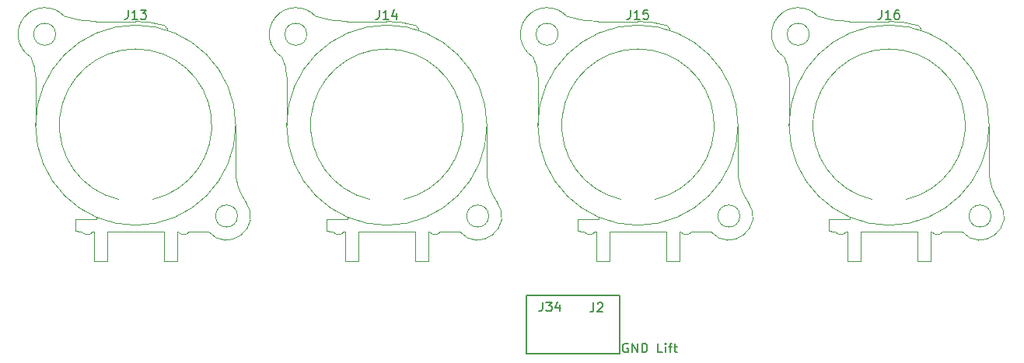
<source format=gbr>
%TF.GenerationSoftware,KiCad,Pcbnew,7.0.6*%
%TF.CreationDate,2023-11-23T12:55:46+01:00*%
%TF.ProjectId,xlrmale,786c726d-616c-4652-9e6b-696361645f70,1*%
%TF.SameCoordinates,Original*%
%TF.FileFunction,Legend,Top*%
%TF.FilePolarity,Positive*%
%FSLAX46Y46*%
G04 Gerber Fmt 4.6, Leading zero omitted, Abs format (unit mm)*
G04 Created by KiCad (PCBNEW 7.0.6) date 2023-11-23 12:55:46*
%MOMM*%
%LPD*%
G01*
G04 APERTURE LIST*
%ADD10C,0.150000*%
%ADD11C,0.120000*%
G04 APERTURE END LIST*
D10*
X143510000Y-110490000D02*
X153670000Y-110490000D01*
X153670000Y-116840000D01*
X143510000Y-116840000D01*
X143510000Y-110490000D01*
X154530588Y-115757438D02*
X154435350Y-115709819D01*
X154435350Y-115709819D02*
X154292493Y-115709819D01*
X154292493Y-115709819D02*
X154149636Y-115757438D01*
X154149636Y-115757438D02*
X154054398Y-115852676D01*
X154054398Y-115852676D02*
X154006779Y-115947914D01*
X154006779Y-115947914D02*
X153959160Y-116138390D01*
X153959160Y-116138390D02*
X153959160Y-116281247D01*
X153959160Y-116281247D02*
X154006779Y-116471723D01*
X154006779Y-116471723D02*
X154054398Y-116566961D01*
X154054398Y-116566961D02*
X154149636Y-116662200D01*
X154149636Y-116662200D02*
X154292493Y-116709819D01*
X154292493Y-116709819D02*
X154387731Y-116709819D01*
X154387731Y-116709819D02*
X154530588Y-116662200D01*
X154530588Y-116662200D02*
X154578207Y-116614580D01*
X154578207Y-116614580D02*
X154578207Y-116281247D01*
X154578207Y-116281247D02*
X154387731Y-116281247D01*
X155006779Y-116709819D02*
X155006779Y-115709819D01*
X155006779Y-115709819D02*
X155578207Y-116709819D01*
X155578207Y-116709819D02*
X155578207Y-115709819D01*
X156054398Y-116709819D02*
X156054398Y-115709819D01*
X156054398Y-115709819D02*
X156292493Y-115709819D01*
X156292493Y-115709819D02*
X156435350Y-115757438D01*
X156435350Y-115757438D02*
X156530588Y-115852676D01*
X156530588Y-115852676D02*
X156578207Y-115947914D01*
X156578207Y-115947914D02*
X156625826Y-116138390D01*
X156625826Y-116138390D02*
X156625826Y-116281247D01*
X156625826Y-116281247D02*
X156578207Y-116471723D01*
X156578207Y-116471723D02*
X156530588Y-116566961D01*
X156530588Y-116566961D02*
X156435350Y-116662200D01*
X156435350Y-116662200D02*
X156292493Y-116709819D01*
X156292493Y-116709819D02*
X156054398Y-116709819D01*
X158292493Y-116709819D02*
X157816303Y-116709819D01*
X157816303Y-116709819D02*
X157816303Y-115709819D01*
X158625827Y-116709819D02*
X158625827Y-116043152D01*
X158625827Y-115709819D02*
X158578208Y-115757438D01*
X158578208Y-115757438D02*
X158625827Y-115805057D01*
X158625827Y-115805057D02*
X158673446Y-115757438D01*
X158673446Y-115757438D02*
X158625827Y-115709819D01*
X158625827Y-115709819D02*
X158625827Y-115805057D01*
X158959160Y-116043152D02*
X159340112Y-116043152D01*
X159102017Y-116709819D02*
X159102017Y-115852676D01*
X159102017Y-115852676D02*
X159149636Y-115757438D01*
X159149636Y-115757438D02*
X159244874Y-115709819D01*
X159244874Y-115709819D02*
X159340112Y-115709819D01*
X159530589Y-116043152D02*
X159911541Y-116043152D01*
X159673446Y-115709819D02*
X159673446Y-116566961D01*
X159673446Y-116566961D02*
X159721065Y-116662200D01*
X159721065Y-116662200D02*
X159816303Y-116709819D01*
X159816303Y-116709819D02*
X159911541Y-116709819D01*
X127460476Y-79402819D02*
X127460476Y-80117104D01*
X127460476Y-80117104D02*
X127412857Y-80259961D01*
X127412857Y-80259961D02*
X127317619Y-80355200D01*
X127317619Y-80355200D02*
X127174762Y-80402819D01*
X127174762Y-80402819D02*
X127079524Y-80402819D01*
X128460476Y-80402819D02*
X127889048Y-80402819D01*
X128174762Y-80402819D02*
X128174762Y-79402819D01*
X128174762Y-79402819D02*
X128079524Y-79545676D01*
X128079524Y-79545676D02*
X127984286Y-79640914D01*
X127984286Y-79640914D02*
X127889048Y-79688533D01*
X129317619Y-79736152D02*
X129317619Y-80402819D01*
X129079524Y-79355200D02*
X128841429Y-80069485D01*
X128841429Y-80069485D02*
X129460476Y-80069485D01*
X150796666Y-111284819D02*
X150796666Y-111999104D01*
X150796666Y-111999104D02*
X150749047Y-112141961D01*
X150749047Y-112141961D02*
X150653809Y-112237200D01*
X150653809Y-112237200D02*
X150510952Y-112284819D01*
X150510952Y-112284819D02*
X150415714Y-112284819D01*
X151225238Y-111380057D02*
X151272857Y-111332438D01*
X151272857Y-111332438D02*
X151368095Y-111284819D01*
X151368095Y-111284819D02*
X151606190Y-111284819D01*
X151606190Y-111284819D02*
X151701428Y-111332438D01*
X151701428Y-111332438D02*
X151749047Y-111380057D01*
X151749047Y-111380057D02*
X151796666Y-111475295D01*
X151796666Y-111475295D02*
X151796666Y-111570533D01*
X151796666Y-111570533D02*
X151749047Y-111713390D01*
X151749047Y-111713390D02*
X151177619Y-112284819D01*
X151177619Y-112284819D02*
X151796666Y-112284819D01*
X100110476Y-79402819D02*
X100110476Y-80117104D01*
X100110476Y-80117104D02*
X100062857Y-80259961D01*
X100062857Y-80259961D02*
X99967619Y-80355200D01*
X99967619Y-80355200D02*
X99824762Y-80402819D01*
X99824762Y-80402819D02*
X99729524Y-80402819D01*
X101110476Y-80402819D02*
X100539048Y-80402819D01*
X100824762Y-80402819D02*
X100824762Y-79402819D01*
X100824762Y-79402819D02*
X100729524Y-79545676D01*
X100729524Y-79545676D02*
X100634286Y-79640914D01*
X100634286Y-79640914D02*
X100539048Y-79688533D01*
X101443810Y-79402819D02*
X102062857Y-79402819D01*
X102062857Y-79402819D02*
X101729524Y-79783771D01*
X101729524Y-79783771D02*
X101872381Y-79783771D01*
X101872381Y-79783771D02*
X101967619Y-79831390D01*
X101967619Y-79831390D02*
X102015238Y-79879009D01*
X102015238Y-79879009D02*
X102062857Y-79974247D01*
X102062857Y-79974247D02*
X102062857Y-80212342D01*
X102062857Y-80212342D02*
X102015238Y-80307580D01*
X102015238Y-80307580D02*
X101967619Y-80355200D01*
X101967619Y-80355200D02*
X101872381Y-80402819D01*
X101872381Y-80402819D02*
X101586667Y-80402819D01*
X101586667Y-80402819D02*
X101491429Y-80355200D01*
X101491429Y-80355200D02*
X101443810Y-80307580D01*
X145240476Y-111214819D02*
X145240476Y-111929104D01*
X145240476Y-111929104D02*
X145192857Y-112071961D01*
X145192857Y-112071961D02*
X145097619Y-112167200D01*
X145097619Y-112167200D02*
X144954762Y-112214819D01*
X144954762Y-112214819D02*
X144859524Y-112214819D01*
X145621429Y-111214819D02*
X146240476Y-111214819D01*
X146240476Y-111214819D02*
X145907143Y-111595771D01*
X145907143Y-111595771D02*
X146050000Y-111595771D01*
X146050000Y-111595771D02*
X146145238Y-111643390D01*
X146145238Y-111643390D02*
X146192857Y-111691009D01*
X146192857Y-111691009D02*
X146240476Y-111786247D01*
X146240476Y-111786247D02*
X146240476Y-112024342D01*
X146240476Y-112024342D02*
X146192857Y-112119580D01*
X146192857Y-112119580D02*
X146145238Y-112167200D01*
X146145238Y-112167200D02*
X146050000Y-112214819D01*
X146050000Y-112214819D02*
X145764286Y-112214819D01*
X145764286Y-112214819D02*
X145669048Y-112167200D01*
X145669048Y-112167200D02*
X145621429Y-112119580D01*
X147097619Y-111548152D02*
X147097619Y-112214819D01*
X146859524Y-111167200D02*
X146621429Y-111881485D01*
X146621429Y-111881485D02*
X147240476Y-111881485D01*
X182160476Y-79402819D02*
X182160476Y-80117104D01*
X182160476Y-80117104D02*
X182112857Y-80259961D01*
X182112857Y-80259961D02*
X182017619Y-80355200D01*
X182017619Y-80355200D02*
X181874762Y-80402819D01*
X181874762Y-80402819D02*
X181779524Y-80402819D01*
X183160476Y-80402819D02*
X182589048Y-80402819D01*
X182874762Y-80402819D02*
X182874762Y-79402819D01*
X182874762Y-79402819D02*
X182779524Y-79545676D01*
X182779524Y-79545676D02*
X182684286Y-79640914D01*
X182684286Y-79640914D02*
X182589048Y-79688533D01*
X184017619Y-79402819D02*
X183827143Y-79402819D01*
X183827143Y-79402819D02*
X183731905Y-79450438D01*
X183731905Y-79450438D02*
X183684286Y-79498057D01*
X183684286Y-79498057D02*
X183589048Y-79640914D01*
X183589048Y-79640914D02*
X183541429Y-79831390D01*
X183541429Y-79831390D02*
X183541429Y-80212342D01*
X183541429Y-80212342D02*
X183589048Y-80307580D01*
X183589048Y-80307580D02*
X183636667Y-80355200D01*
X183636667Y-80355200D02*
X183731905Y-80402819D01*
X183731905Y-80402819D02*
X183922381Y-80402819D01*
X183922381Y-80402819D02*
X184017619Y-80355200D01*
X184017619Y-80355200D02*
X184065238Y-80307580D01*
X184065238Y-80307580D02*
X184112857Y-80212342D01*
X184112857Y-80212342D02*
X184112857Y-79974247D01*
X184112857Y-79974247D02*
X184065238Y-79879009D01*
X184065238Y-79879009D02*
X184017619Y-79831390D01*
X184017619Y-79831390D02*
X183922381Y-79783771D01*
X183922381Y-79783771D02*
X183731905Y-79783771D01*
X183731905Y-79783771D02*
X183636667Y-79831390D01*
X183636667Y-79831390D02*
X183589048Y-79879009D01*
X183589048Y-79879009D02*
X183541429Y-79974247D01*
X154810476Y-79402819D02*
X154810476Y-80117104D01*
X154810476Y-80117104D02*
X154762857Y-80259961D01*
X154762857Y-80259961D02*
X154667619Y-80355200D01*
X154667619Y-80355200D02*
X154524762Y-80402819D01*
X154524762Y-80402819D02*
X154429524Y-80402819D01*
X155810476Y-80402819D02*
X155239048Y-80402819D01*
X155524762Y-80402819D02*
X155524762Y-79402819D01*
X155524762Y-79402819D02*
X155429524Y-79545676D01*
X155429524Y-79545676D02*
X155334286Y-79640914D01*
X155334286Y-79640914D02*
X155239048Y-79688533D01*
X156715238Y-79402819D02*
X156239048Y-79402819D01*
X156239048Y-79402819D02*
X156191429Y-79879009D01*
X156191429Y-79879009D02*
X156239048Y-79831390D01*
X156239048Y-79831390D02*
X156334286Y-79783771D01*
X156334286Y-79783771D02*
X156572381Y-79783771D01*
X156572381Y-79783771D02*
X156667619Y-79831390D01*
X156667619Y-79831390D02*
X156715238Y-79879009D01*
X156715238Y-79879009D02*
X156762857Y-79974247D01*
X156762857Y-79974247D02*
X156762857Y-80212342D01*
X156762857Y-80212342D02*
X156715238Y-80307580D01*
X156715238Y-80307580D02*
X156667619Y-80355200D01*
X156667619Y-80355200D02*
X156572381Y-80402819D01*
X156572381Y-80402819D02*
X156334286Y-80402819D01*
X156334286Y-80402819D02*
X156239048Y-80355200D01*
X156239048Y-80355200D02*
X156191429Y-80307580D01*
D11*
%TO.C,J14*%
X117370000Y-86708000D02*
X117370000Y-91948000D01*
X121720000Y-103478000D02*
X121720000Y-102198000D01*
X121720000Y-103478000D02*
X122220000Y-103548000D01*
X122220000Y-103548000D02*
X122400000Y-103548000D01*
X123710000Y-103548000D02*
X123640000Y-103548000D01*
X123710000Y-103548000D02*
X123710000Y-106748000D01*
X124030000Y-102198000D02*
X121720000Y-102198000D01*
X124030000Y-102198000D02*
X124030000Y-101998000D01*
X125210000Y-103548000D02*
X125210000Y-106748000D01*
X125210000Y-103548000D02*
X131330000Y-103548000D01*
X125210000Y-106748000D02*
X123710000Y-106748000D01*
X128270000Y-80648000D02*
X123930000Y-80648000D01*
X131330000Y-103548000D02*
X131330000Y-106748000D01*
X131670000Y-81588000D02*
X131670000Y-81398000D01*
X132830000Y-103548000D02*
X132830000Y-106748000D01*
X132830000Y-103548000D02*
X132900000Y-103548000D01*
X132830000Y-106748000D02*
X131330000Y-106748000D01*
X134140000Y-103548000D02*
X136200000Y-103548000D01*
X139170000Y-96898000D02*
X139170000Y-91948000D01*
X120519999Y-80098001D02*
G75*
G03*
X116871035Y-84533578I-2149999J-1949999D01*
G01*
X117369999Y-86708000D02*
G75*
G03*
X116875384Y-84539705I-5000002J-1D01*
G01*
X122400000Y-103548000D02*
G75*
G03*
X123639479Y-103548769I620000J420000D01*
G01*
X120525549Y-80102695D02*
G75*
G03*
X123930000Y-80648000I3404456J10354724D01*
G01*
X130095209Y-100044586D02*
G75*
G03*
X126460000Y-100048000I-1825209J8096586D01*
G01*
X131460458Y-81107752D02*
G75*
G03*
X128270000Y-80648000I-3190458J-10840248D01*
G01*
X131670000Y-81398000D02*
G75*
G03*
X131464232Y-81110323I-290000J10000D01*
G01*
X132900000Y-103548000D02*
G75*
G03*
X134139479Y-103548769I620000J420000D01*
G01*
X139170001Y-96898000D02*
G75*
G03*
X140275277Y-100320002I5849999J0D01*
G01*
X136200000Y-103548000D02*
G75*
G03*
X140275343Y-100318807I1970000J1700000D01*
G01*
X119570000Y-82048000D02*
G75*
G03*
X119570000Y-82048000I-1200000J0D01*
G01*
X139170000Y-91948000D02*
G75*
G03*
X139170000Y-91948000I-10900000J0D01*
G01*
X139370000Y-101848000D02*
G75*
G03*
X139370000Y-101848000I-1200000J0D01*
G01*
%TO.C,J13*%
X90020000Y-86708000D02*
X90020000Y-91948000D01*
X94370000Y-103478000D02*
X94370000Y-102198000D01*
X94370000Y-103478000D02*
X94870000Y-103548000D01*
X94870000Y-103548000D02*
X95050000Y-103548000D01*
X96360000Y-103548000D02*
X96290000Y-103548000D01*
X96360000Y-103548000D02*
X96360000Y-106748000D01*
X96680000Y-102198000D02*
X94370000Y-102198000D01*
X96680000Y-102198000D02*
X96680000Y-101998000D01*
X97860000Y-103548000D02*
X97860000Y-106748000D01*
X97860000Y-103548000D02*
X103980000Y-103548000D01*
X97860000Y-106748000D02*
X96360000Y-106748000D01*
X100920000Y-80648000D02*
X96580000Y-80648000D01*
X103980000Y-103548000D02*
X103980000Y-106748000D01*
X104320000Y-81588000D02*
X104320000Y-81398000D01*
X105480000Y-103548000D02*
X105480000Y-106748000D01*
X105480000Y-103548000D02*
X105550000Y-103548000D01*
X105480000Y-106748000D02*
X103980000Y-106748000D01*
X106790000Y-103548000D02*
X108850000Y-103548000D01*
X111820000Y-96898000D02*
X111820000Y-91948000D01*
X93169999Y-80098001D02*
G75*
G03*
X89521035Y-84533578I-2149999J-1949999D01*
G01*
X90019999Y-86708000D02*
G75*
G03*
X89525384Y-84539705I-5000002J-1D01*
G01*
X95050000Y-103548000D02*
G75*
G03*
X96289479Y-103548769I620000J420000D01*
G01*
X93175549Y-80102695D02*
G75*
G03*
X96580000Y-80648000I3404456J10354724D01*
G01*
X102745209Y-100044586D02*
G75*
G03*
X99110000Y-100048000I-1825209J8096586D01*
G01*
X104110458Y-81107752D02*
G75*
G03*
X100920000Y-80648000I-3190458J-10840248D01*
G01*
X104320000Y-81398000D02*
G75*
G03*
X104114232Y-81110323I-290000J10000D01*
G01*
X105550000Y-103548000D02*
G75*
G03*
X106789479Y-103548769I620000J420000D01*
G01*
X111820001Y-96898000D02*
G75*
G03*
X112925277Y-100320002I5849999J0D01*
G01*
X108850000Y-103548000D02*
G75*
G03*
X112925343Y-100318807I1970000J1700000D01*
G01*
X92220000Y-82048000D02*
G75*
G03*
X92220000Y-82048000I-1200000J0D01*
G01*
X111820000Y-91948000D02*
G75*
G03*
X111820000Y-91948000I-10900000J0D01*
G01*
X112020000Y-101848000D02*
G75*
G03*
X112020000Y-101848000I-1200000J0D01*
G01*
%TO.C,J16*%
X172070000Y-86708000D02*
X172070000Y-91948000D01*
X176420000Y-103478000D02*
X176420000Y-102198000D01*
X176420000Y-103478000D02*
X176920000Y-103548000D01*
X176920000Y-103548000D02*
X177100000Y-103548000D01*
X178410000Y-103548000D02*
X178340000Y-103548000D01*
X178410000Y-103548000D02*
X178410000Y-106748000D01*
X178730000Y-102198000D02*
X176420000Y-102198000D01*
X178730000Y-102198000D02*
X178730000Y-101998000D01*
X179910000Y-103548000D02*
X179910000Y-106748000D01*
X179910000Y-103548000D02*
X186030000Y-103548000D01*
X179910000Y-106748000D02*
X178410000Y-106748000D01*
X182970000Y-80648000D02*
X178630000Y-80648000D01*
X186030000Y-103548000D02*
X186030000Y-106748000D01*
X186370000Y-81588000D02*
X186370000Y-81398000D01*
X187530000Y-103548000D02*
X187530000Y-106748000D01*
X187530000Y-103548000D02*
X187600000Y-103548000D01*
X187530000Y-106748000D02*
X186030000Y-106748000D01*
X188840000Y-103548000D02*
X190900000Y-103548000D01*
X193870000Y-96898000D02*
X193870000Y-91948000D01*
X175219999Y-80098001D02*
G75*
G03*
X171571035Y-84533578I-2149999J-1949999D01*
G01*
X172069999Y-86708000D02*
G75*
G03*
X171575384Y-84539705I-5000002J-1D01*
G01*
X177100000Y-103548000D02*
G75*
G03*
X178339479Y-103548769I620000J420000D01*
G01*
X175225549Y-80102695D02*
G75*
G03*
X178630000Y-80648000I3404456J10354724D01*
G01*
X184795209Y-100044586D02*
G75*
G03*
X181160000Y-100048000I-1825209J8096586D01*
G01*
X186160458Y-81107752D02*
G75*
G03*
X182970000Y-80648000I-3190458J-10840248D01*
G01*
X186370000Y-81398000D02*
G75*
G03*
X186164232Y-81110323I-290000J10000D01*
G01*
X187600000Y-103548000D02*
G75*
G03*
X188839479Y-103548769I620000J420000D01*
G01*
X193870001Y-96898000D02*
G75*
G03*
X194975277Y-100320002I5849999J0D01*
G01*
X190900000Y-103548000D02*
G75*
G03*
X194975343Y-100318807I1970000J1700000D01*
G01*
X174270000Y-82048000D02*
G75*
G03*
X174270000Y-82048000I-1200000J0D01*
G01*
X193870000Y-91948000D02*
G75*
G03*
X193870000Y-91948000I-10900000J0D01*
G01*
X194070000Y-101848000D02*
G75*
G03*
X194070000Y-101848000I-1200000J0D01*
G01*
%TO.C,J15*%
X144720000Y-86708000D02*
X144720000Y-91948000D01*
X149070000Y-103478000D02*
X149070000Y-102198000D01*
X149070000Y-103478000D02*
X149570000Y-103548000D01*
X149570000Y-103548000D02*
X149750000Y-103548000D01*
X151060000Y-103548000D02*
X150990000Y-103548000D01*
X151060000Y-103548000D02*
X151060000Y-106748000D01*
X151380000Y-102198000D02*
X149070000Y-102198000D01*
X151380000Y-102198000D02*
X151380000Y-101998000D01*
X152560000Y-103548000D02*
X152560000Y-106748000D01*
X152560000Y-103548000D02*
X158680000Y-103548000D01*
X152560000Y-106748000D02*
X151060000Y-106748000D01*
X155620000Y-80648000D02*
X151280000Y-80648000D01*
X158680000Y-103548000D02*
X158680000Y-106748000D01*
X159020000Y-81588000D02*
X159020000Y-81398000D01*
X160180000Y-103548000D02*
X160180000Y-106748000D01*
X160180000Y-103548000D02*
X160250000Y-103548000D01*
X160180000Y-106748000D02*
X158680000Y-106748000D01*
X161490000Y-103548000D02*
X163550000Y-103548000D01*
X166520000Y-96898000D02*
X166520000Y-91948000D01*
X147869999Y-80098001D02*
G75*
G03*
X144221035Y-84533578I-2149999J-1949999D01*
G01*
X144719999Y-86708000D02*
G75*
G03*
X144225384Y-84539705I-5000002J-1D01*
G01*
X149750000Y-103548000D02*
G75*
G03*
X150989479Y-103548769I620000J420000D01*
G01*
X147875549Y-80102695D02*
G75*
G03*
X151280000Y-80648000I3404456J10354724D01*
G01*
X157445209Y-100044586D02*
G75*
G03*
X153810000Y-100048000I-1825209J8096586D01*
G01*
X158810458Y-81107752D02*
G75*
G03*
X155620000Y-80648000I-3190458J-10840248D01*
G01*
X159020000Y-81398000D02*
G75*
G03*
X158814232Y-81110323I-290000J10000D01*
G01*
X160250000Y-103548000D02*
G75*
G03*
X161489479Y-103548769I620000J420000D01*
G01*
X166520001Y-96898000D02*
G75*
G03*
X167625277Y-100320002I5849999J0D01*
G01*
X163550000Y-103548000D02*
G75*
G03*
X167625343Y-100318807I1970000J1700000D01*
G01*
X146920000Y-82048000D02*
G75*
G03*
X146920000Y-82048000I-1200000J0D01*
G01*
X166520000Y-91948000D02*
G75*
G03*
X166520000Y-91948000I-10900000J0D01*
G01*
X166720000Y-101848000D02*
G75*
G03*
X166720000Y-101848000I-1200000J0D01*
G01*
%TD*%
M02*

</source>
